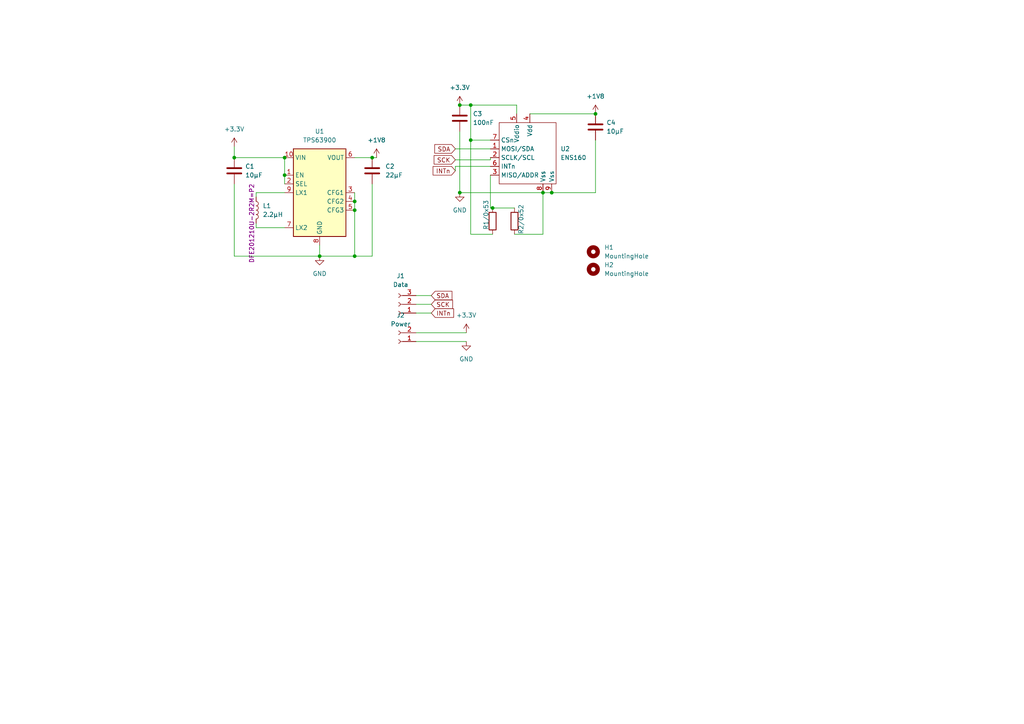
<source format=kicad_sch>
(kicad_sch (version 20211123) (generator eeschema)
  (paper "A4")
  (lib_symbols
    (symbol "Connector:Conn_01x02_Female" (pin_names (offset 1.016) hide)
      (property "Reference" "J" (at 0 2.54 0))
      (property "Value" "Conn_01x02_Female" (at 0 -5.08 0))
      (symbol "Conn_01x02_Female_1_1"
        (arc (start 0 -2.032) (mid -0.508 -2.54) (end 0 -3.048) (stroke (width 0.1524)))
        (polyline (pts (xy -1.27 -2.54) (xy -0.508 -2.54)) (stroke (width 0.1524)))
        (polyline (pts (xy -1.27 0) (xy -0.508 0)) (stroke (width 0.1524)))
        (arc (start 0 0.508) (mid -0.508 0) (end 0 -0.508) (stroke (width 0.1524)))
        (pin passive line (at -5.08 0 0) (length 3.81) (name "Pin_1") (number "1"))
        (pin passive line (at -5.08 -2.54 0) (length 3.81) (name "Pin_2") (number "2"))
      )
    )
    (symbol "Connector:Conn_01x03_Female" (pin_names (offset 1.016) hide)
      (property "Reference" "J" (at 0 5.08 0))
      (property "Value" "Conn_01x03_Female" (at 0 -5.08 0))
      (symbol "Conn_01x03_Female_1_1"
        (arc (start 0 -2.032) (mid -0.508 -2.54) (end 0 -3.048) (stroke (width 0.1524)))
        (polyline (pts (xy -1.27 -2.54) (xy -0.508 -2.54)) (stroke (width 0.1524)))
        (polyline (pts (xy -1.27 0) (xy -0.508 0)) (stroke (width 0.1524)))
        (polyline (pts (xy -1.27 2.54) (xy -0.508 2.54)) (stroke (width 0.1524)))
        (arc (start 0 0.508) (mid -0.508 0) (end 0 -0.508) (stroke (width 0.1524)))
        (arc (start 0 3.048) (mid -0.508 2.54) (end 0 2.032) (stroke (width 0.1524)))
        (pin passive line (at -5.08 2.54 0) (length 3.81) (name "Pin_1") (number "1"))
        (pin passive line (at -5.08 0 0) (length 3.81) (name "Pin_2") (number "2"))
        (pin passive line (at -5.08 -2.54 0) (length 3.81) (name "Pin_3") (number "3"))
      )
    )
    (symbol "Device:C" (pin_numbers hide) (pin_names (offset 0.254))
      (property "Reference" "C" (at 0.635 2.54 0))
      (property "Value" "C" (at 0.635 -2.54 0))
      (symbol "C_0_1"
        (polyline (pts (xy -2.032 -0.762) (xy 2.032 -0.762)) (stroke (width 0.508)))
        (polyline (pts (xy -2.032 0.762) (xy 2.032 0.762)) (stroke (width 0.508)))
      )
      (symbol "C_1_1"
        (pin passive line (at 0 3.81 270) (length 2.794) (name "~") (number "1"))
        (pin passive line (at 0 -3.81 90) (length 2.794) (name "~") (number "2"))
      )
    )
    (symbol "Device:L" (pin_numbers hide) (pin_names (offset 1.016) hide)
      (property "Reference" "L" (at -1.27 0 90))
      (property "Value" "L" (at 1.905 0 90))
      (symbol "L_0_1"
        (arc (start 0 -2.54) (mid 0.635 -1.905) (end 0 -1.27))
        (arc (start 0 -1.27) (mid 0.635 -0.635) (end 0 0))
        (arc (start 0 0) (mid 0.635 0.635) (end 0 1.27))
        (arc (start 0 1.27) (mid 0.635 1.905) (end 0 2.54))
      )
      (symbol "L_1_1"
        (pin passive line (at 0 3.81 270) (length 1.27) (name "1") (number "1"))
        (pin passive line (at 0 -3.81 90) (length 1.27) (name "2") (number "2"))
      )
    )
    (symbol "Device:R" (pin_numbers hide) (pin_names (offset 0))
      (property "Reference" "R" (at 2.032 0 90))
      (property "Value" "R" (at 0 0 90))
      (symbol "R_0_1"
        (rectangle (start -1.016 -2.54) (end 1.016 2.54) (stroke (width 0.254)))
      )
      (symbol "R_1_1"
        (pin passive line (at 0 3.81 270) (length 1.27) (name "~") (number "1"))
        (pin passive line (at 0 -3.81 90) (length 1.27) (name "~") (number "2"))
      )
    )
    (symbol "ENS160:ENS160"
      (property "Reference" "U" (at 2.54 -2.54 0))
      (property "Value" "ENS160" (at 11.43 17.78 0))
      (symbol "ENS160_0_1"
        (rectangle (start -1.27 16.51) (end 15.24 -1.27))
      )
      (symbol "ENS160_1_1"
        (pin bidirectional line (at -3.81 8.89 0) (length 2.54) (name "MOSI/SDA") (number "1"))
        (pin input line (at -3.81 6.35 0) (length 2.54) (name "SCLK/SCL") (number "2"))
        (pin bidirectional line (at -3.81 1.27 0) (length 2.54) (name "MISO/ADDR") (number "3"))
        (pin power_in line (at 7.62 19.05 270) (length 2.54) (name "Vdd") (number "4"))
        (pin power_in line (at 3.81 19.05 270) (length 2.54) (name "Vddio") (number "5"))
        (pin output line (at -3.81 3.81 0) (length 2.54) (name "INTn") (number "6"))
        (pin input line (at -3.81 11.43 0) (length 2.54) (name "CSn") (number "7"))
        (pin power_in line (at 11.43 -3.81 90) (length 2.54) (name "Vss") (number "8"))
        (pin power_in line (at 13.97 -3.81 90) (length 2.54) (name "Vss") (number "9"))
      )
    )
    (symbol "Mechanical:MountingHole" (pin_names (offset 1.016))
      (property "Reference" "H" (at 0 5.08 0))
      (property "Value" "MountingHole" (at 0 3.175 0))
      (symbol "MountingHole_0_1"
        (circle (center 0 0) (radius 1.27) (stroke (width 1.27)))
      )
    )
    (symbol "Regulator_Switching:TPS63900"
      (property "Reference" "U" (at -7.62 13.97 0))
      (property "Value" "TPS63900" (at 5.08 13.97 0))
      (symbol "TPS63900_0_1"
        (rectangle (start -7.62 12.7) (end 7.62 -12.7) (stroke (width 0.254)) (fill (type background)))
      )
      (symbol "TPS63900_1_1"
        (pin input line (at -10.16 5.08 0) (length 2.54) (name "EN") (number "1"))
        (pin power_in line (at -10.16 10.16 0) (length 2.54) (name "VIN") (number "10"))
        (pin passive line (at 0 -15.24 90) (length 2.54) hide (name "GND") (number "11"))
        (pin input line (at -10.16 2.54 0) (length 2.54) (name "SEL") (number "2"))
        (pin input line (at 10.16 0 180) (length 2.54) (name "CFG1") (number "3"))
        (pin input line (at 10.16 -2.54 180) (length 2.54) (name "CFG2") (number "4"))
        (pin input line (at 10.16 -5.08 180) (length 2.54) (name "CFG3") (number "5"))
        (pin power_out line (at 10.16 10.16 180) (length 2.54) (name "VOUT") (number "6"))
        (pin input line (at -10.16 -10.16 0) (length 2.54) (name "LX2") (number "7"))
        (pin power_in line (at 0 -15.24 90) (length 2.54) (name "GND") (number "8"))
        (pin input line (at -10.16 0 0) (length 2.54) (name "LX1") (number "9"))
      )
    )
    (symbol "power:+1V8" (power) (pin_names (offset 0))
      (property "Value" "+1V8" (at 0 3.556 0))
      (symbol "+1V8_0_1"
        (polyline (pts (xy -0.762 1.27) (xy 0 2.54)))
        (polyline (pts (xy 0 0) (xy 0 2.54)))
        (polyline (pts (xy 0 2.54) (xy 0.762 1.27)))
      )
      (symbol "+1V8_1_1"
        (pin power_in line (at 0 0 90) (length 0) hide (name "+1V8") (number "1"))
      )
    )
    (symbol "power:+3.3V" (power) (pin_names (offset 0))
      (property "Value" "+3.3V" (at 0 3.556 0))
      (symbol "+3.3V_0_1"
        (polyline (pts (xy -0.762 1.27) (xy 0 2.54)))
        (polyline (pts (xy 0 0) (xy 0 2.54)))
        (polyline (pts (xy 0 2.54) (xy 0.762 1.27)))
      )
      (symbol "+3.3V_1_1"
        (pin power_in line (at 0 0 90) (length 0) hide (name "+3.3V") (number "1"))
      )
    )
    (symbol "power:GND" (power) (pin_names (offset 0))
      (property "Value" "GND" (at 0 -3.81 0))
      (symbol "GND_0_1"
        (polyline (pts (xy 0 0) (xy 0 -1.27) (xy 1.27 -1.27) (xy 0 -2.54) (xy -1.27 -1.27) (xy 0 -1.27)))
      )
      (symbol "GND_1_1"
        (pin power_in line (at 0 0 270) (length 0) hide (name "GND") (number "1"))
      )
    )
  )
  (junction (at 102.87 60.96))
  (junction (at 136.525 40.64))
  (junction (at 82.55 50.8))
  (junction (at 67.945 45.72))
  (junction (at 133.35 55.88))
  (junction (at 160.02 55.88))
  (junction (at 142.875 60.325))
  (junction (at 172.72 33.02))
  (junction (at 133.35 30.48))
  (junction (at 107.95 45.72))
  (junction (at 157.48 55.88))
  (junction (at 102.87 74.295))
  (junction (at 92.71 74.295))
  (junction (at 82.55 45.72))
  (junction (at 102.87 58.42))
  (junction (at 136.525 30.48))
  (wire (pts (xy 82.55 50.8) (xy 82.55 53.34)))
  (wire (pts (xy 82.55 55.88) (xy 74.295 55.88)))
  (wire (pts (xy 142.24 60.325) (xy 142.875 60.325)))
  (wire (pts (xy 142.875 60.325) (xy 149.225 60.325)))
  (wire (pts (xy 149.225 67.945) (xy 157.48 67.945)))
  (wire (pts (xy 142.24 48.26) (xy 132.08 48.26)))
  (wire (pts (xy 142.24 50.8) (xy 142.24 60.325)))
  (wire (pts (xy 142.24 46.355) (xy 142.24 45.72)))
  (wire (pts (xy 107.95 53.34) (xy 107.95 74.295)))
  (wire (pts (xy 74.295 55.88) (xy 74.295 57.15)))
  (wire (pts (xy 132.08 46.355) (xy 142.24 46.355)))
  (wire (pts (xy 120.65 96.52) (xy 135.255 96.52)))
  (wire (pts (xy 157.48 55.88) (xy 133.35 55.88)))
  (wire (pts (xy 120.65 85.725) (xy 125.095 85.725)))
  (wire (pts (xy 172.72 55.88) (xy 172.72 40.64)))
  (wire (pts (xy 92.71 71.12) (xy 92.71 74.295)))
  (wire (pts (xy 107.95 45.72) (xy 109.22 45.72)))
  (wire (pts (xy 120.65 90.805) (xy 125.095 90.805)))
  (wire (pts (xy 67.945 53.34) (xy 67.945 74.295)))
  (wire (pts (xy 102.87 74.295) (xy 92.71 74.295)))
  (wire (pts (xy 157.48 55.88) (xy 160.02 55.88)))
  (wire (pts (xy 120.65 99.06) (xy 135.255 99.06)))
  (wire (pts (xy 67.945 42.545) (xy 67.945 45.72)))
  (wire (pts (xy 136.525 30.48) (xy 149.86 30.48)))
  (wire (pts (xy 157.48 67.945) (xy 157.48 55.88)))
  (wire (pts (xy 133.35 55.88) (xy 133.35 38.1)))
  (wire (pts (xy 136.525 40.64) (xy 136.525 30.48)))
  (wire (pts (xy 102.87 58.42) (xy 102.87 60.96)))
  (wire (pts (xy 67.945 45.72) (xy 82.55 45.72)))
  (wire (pts (xy 102.87 45.72) (xy 107.95 45.72)))
  (wire (pts (xy 74.295 64.77) (xy 74.295 66.04)))
  (wire (pts (xy 67.945 74.295) (xy 92.71 74.295)))
  (wire (pts (xy 132.08 48.26) (xy 132.08 49.53)))
  (wire (pts (xy 132.08 43.18) (xy 142.24 43.18)))
  (wire (pts (xy 102.87 55.88) (xy 102.87 58.42)))
  (wire (pts (xy 149.86 30.48) (xy 149.86 33.02)))
  (wire (pts (xy 153.67 33.02) (xy 172.72 33.02)))
  (wire (pts (xy 136.525 40.64) (xy 136.525 67.945)))
  (wire (pts (xy 74.295 66.04) (xy 82.55 66.04)))
  (wire (pts (xy 107.95 74.295) (xy 102.87 74.295)))
  (wire (pts (xy 142.24 40.64) (xy 136.525 40.64)))
  (wire (pts (xy 120.65 88.265) (xy 125.095 88.265)))
  (wire (pts (xy 133.35 30.48) (xy 136.525 30.48)))
  (wire (pts (xy 160.02 55.88) (xy 172.72 55.88)))
  (wire (pts (xy 82.55 45.72) (xy 82.55 50.8)))
  (wire (pts (xy 136.525 67.945) (xy 142.875 67.945)))
  (wire (pts (xy 102.87 60.96) (xy 102.87 74.295)))
  (global_label "INTn" (shape input) (at 125.095 90.805 0) (property "Intersheet References" "${INTERSHEET_REFS}" (effects hide)))
  (global_label "SDA" (shape input) (at 125.095 85.725 0) (property "Intersheet References" "${INTERSHEET_REFS}" (effects hide)))
  (global_label "SCK" (shape input) (at 132.08 46.355 180) (property "Intersheet References" "${INTERSHEET_REFS}" (effects hide)))
  (global_label "SCK" (shape input) (at 125.095 88.265 0) (property "Intersheet References" "${INTERSHEET_REFS}" (effects hide)))
  (global_label "INTn" (shape input) (at 132.08 49.53 180) (property "Intersheet References" "${INTERSHEET_REFS}" (effects hide)))
  (global_label "SDA" (shape input) (at 132.08 43.18 180) (property "Intersheet References" "${INTERSHEET_REFS}" (effects hide)))
  (symbol (lib_id "Mechanical:MountingHole") (at 172.085 78.105 0) (unit 1)
    (property "Reference" "H2" (at 175.26 76.8349 0) (effects (justify left)))
    (property "Value" "MountingHole" (at 175.26 79.3749 0) (effects (justify left)))
    (property "Footprint" "MountingHole:MountingHole_2.2mm_M2" (effects hide))
  )
  (symbol (lib_id "ENS160:ENS160") (at 146.05 52.07 0) (unit 1)
    (property "Reference" "U2" (at 162.56 43.1799 0) (effects (justify left)))
    (property "Value" "ENS160" (at 162.56 45.7199 0) (effects (justify left)))
    (property "Footprint" "ENS160:ENS160" (effects hide))
    (property "Datasheet" "https://www.mouser.de/datasheet/2/1081/SC_001224_DS_1_ENS160_Datasheet_Rev_0_95-2258311.pdf" (effects hide))
  )
  (symbol (lib_id "power:+3.3V") (at 133.35 30.48 0) (unit 1)
    (property "Reference" "#PWR0102" (effects hide))
    (property "Value" "+3.3V" (at 133.35 25.4 0))
  )
  (symbol (lib_id "Device:R") (at 142.875 64.135 0) (unit 1)
    (property "Reference" "R1/0x53" (at 140.97 66.675 90) (effects (justify left)))
    (property "Value" "0" (effects hide))
    (property "Footprint" "Resistor_SMD:R_0603_1608Metric_Pad0.98x0.95mm_HandSolder" (effects hide))
  )
  (symbol (lib_id "power:GND") (at 135.255 99.06 0) (unit 1)
    (property "Reference" "#PWR0107" (effects hide))
    (property "Value" "GND" (at 135.255 104.14 0))
  )
  (symbol (lib_id "Device:C") (at 107.95 49.53 0) (unit 1)
    (property "Reference" "C2" (at 111.76 48.2599 0) (effects (justify left)))
    (property "Value" "22µF" (at 111.76 50.7999 0) (effects (justify left)))
    (property "Footprint" "Capacitor_SMD:C_0805_2012Metric" (effects hide))
  )
  (symbol (lib_id "power:+1V8") (at 109.22 45.72 0) (unit 1)
    (property "Reference" "#PWR0104" (effects hide))
    (property "Value" "+1V8" (at 109.22 40.64 0))
  )
  (symbol (lib_id "Device:C") (at 67.945 49.53 0) (unit 1)
    (property "Reference" "C1" (at 71.12 48.2599 0) (effects (justify left)))
    (property "Value" "10µF" (at 71.12 50.7999 0) (effects (justify left)))
    (property "Footprint" "Capacitor_SMD:C_0805_2012Metric" (effects hide))
  )
  (symbol (lib_id "power:GND") (at 133.35 55.88 0) (unit 1)
    (property "Reference" "#PWR0103" (effects hide))
    (property "Value" "GND" (at 133.35 60.96 0))
  )
  (symbol (lib_id "Mechanical:MountingHole") (at 172.085 73.025 0) (unit 1)
    (property "Reference" "H1" (at 175.26 71.7549 0) (effects (justify left)))
    (property "Value" "MountingHole" (at 175.26 74.2949 0) (effects (justify left)))
    (property "Footprint" "MountingHole:MountingHole_2.2mm_M2" (effects hide))
  )
  (symbol (lib_id "Device:C") (at 133.35 34.29 0) (unit 1)
    (property "Reference" "C3" (at 137.16 33.0199 0) (effects (justify left)))
    (property "Value" "100nF" (at 137.16 35.5599 0) (effects (justify left)))
    (property "Footprint" "Capacitor_SMD:C_0603_1608Metric" (effects hide))
  )
  (symbol (lib_id "power:+3.3V") (at 135.255 96.52 0) (unit 1)
    (property "Reference" "#PWR0108" (effects hide))
    (property "Value" "+3.3V" (at 135.255 91.44 0))
  )
  (symbol (lib_id "power:+1V8") (at 172.72 33.02 0) (unit 1)
    (property "Reference" "#PWR0101" (effects hide))
    (property "Value" "+1V8" (at 172.72 27.94 0))
  )
  (symbol (lib_id "Connector:Conn_01x02_Female") (at 115.57 99.06 180) (unit 1)
    (property "Reference" "J2" (at 116.205 91.44 0))
    (property "Value" "Power" (at 116.205 93.98 0))
    (property "Footprint" "Connector_PinHeader_2.00mm:PinHeader_1x02_P2.00mm_Vertical" (effects hide))
  )
  (symbol (lib_id "Device:L") (at 74.295 60.96 0) (unit 1)
    (property "Reference" "L1" (at 76.2 59.6899 0) (effects (justify left)))
    (property "Value" "2.2µH" (at 76.2 62.2299 0) (effects (justify left)))
    (property "Footprint" "Inductor_SMD:L_0805_2012Metric" (effects hide))
    (property "Name" "DFE201210U-2R2M=P2" (at 73.025 64.77 90))
  )
  (symbol (lib_id "Device:R") (at 149.225 64.135 0) (unit 1)
    (property "Reference" "R2/0x52" (at 151.13 67.945 90) (effects (justify left)))
    (property "Value" "0" (effects hide))
    (property "Footprint" "Resistor_SMD:R_0603_1608Metric_Pad0.98x0.95mm_HandSolder" (effects hide))
  )
  (symbol (lib_id "power:GND") (at 92.71 74.295 0) (unit 1)
    (property "Reference" "#PWR0105" (effects hide))
    (property "Value" "GND" (at 92.71 79.375 0))
  )
  (symbol (lib_id "Device:C") (at 172.72 36.83 0) (unit 1)
    (property "Reference" "C4" (at 175.895 35.5599 0) (effects (justify left)))
    (property "Value" "10µF" (at 175.895 38.0999 0) (effects (justify left)))
    (property "Footprint" "Capacitor_SMD:C_0805_2012Metric" (effects hide))
  )
  (symbol (lib_id "Regulator_Switching:TPS63900") (at 92.71 55.88 0) (unit 1)
    (property "Reference" "U1" (at 92.71 38.1 0))
    (property "Value" "TPS63900" (at 92.71 40.64 0))
    (property "Footprint" "Package_SON:WSON-10-1EP_2.5x2.5mm_P0.5mm_EP1.2x2mm_ThermalVias" (effects hide))
    (property "Datasheet" "https://www.ti.com/lit/ds/symlink/tps63900.pdf" (effects hide))
  )
  (symbol (lib_id "power:+3.3V") (at 67.945 42.545 0) (unit 1)
    (property "Reference" "#PWR0106" (effects hide))
    (property "Value" "+3.3V" (at 67.945 37.465 0))
  )
  (symbol (lib_id "Connector:Conn_01x03_Female") (at 115.57 88.265 180) (unit 1)
    (property "Reference" "J1" (at 116.205 80.01 0))
    (property "Value" "Data" (at 116.205 82.55 0))
    (property "Footprint" "Connector_PinHeader_2.00mm:PinHeader_1x03_P2.00mm_Vertical" (effects hide))
  )
)
</source>
